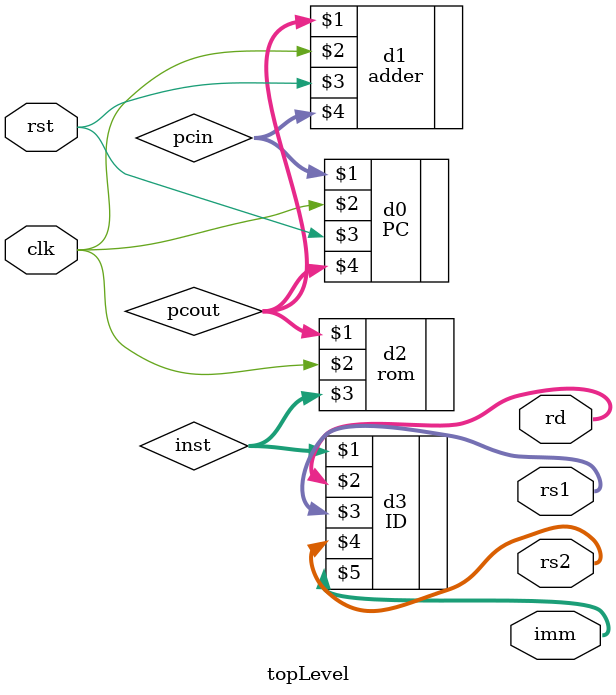
<source format=v>
module topLevel (clk, rst, rd, rs1, rs2, imm);

	input clk, rst;
	
	output [4:0] rd, rs1, rs2;
	output [11:0] imm;
	
	wire [7:0] pcin, pcout;
	wire [31:0] inst;
	
	PC d0 (pcin, clk, rst, pcout);
	
	adder d1 (pcout, clk, rst, pcin);
	
	rom d2 (pcout, clk, inst);
	
	ID d3 (inst, rd, rs1, rs2, imm);
	
endmodule

</source>
